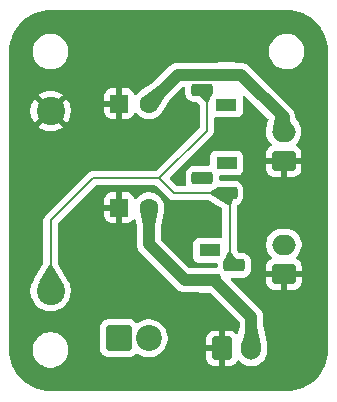
<source format=gbr>
%TF.GenerationSoftware,KiCad,Pcbnew,9.0.6*%
%TF.CreationDate,2026-01-30T15:18:38-05:00*%
%TF.ProjectId,camera-control,63616d65-7261-42d6-936f-6e74726f6c2e,rev?*%
%TF.SameCoordinates,Original*%
%TF.FileFunction,Copper,L1,Top*%
%TF.FilePolarity,Positive*%
%FSLAX46Y46*%
G04 Gerber Fmt 4.6, Leading zero omitted, Abs format (unit mm)*
G04 Created by KiCad (PCBNEW 9.0.6) date 2026-01-30 15:18:38*
%MOMM*%
%LPD*%
G01*
G04 APERTURE LIST*
G04 Aperture macros list*
%AMRoundRect*
0 Rectangle with rounded corners*
0 $1 Rounding radius*
0 $2 $3 $4 $5 $6 $7 $8 $9 X,Y pos of 4 corners*
0 Add a 4 corners polygon primitive as box body*
4,1,4,$2,$3,$4,$5,$6,$7,$8,$9,$2,$3,0*
0 Add four circle primitives for the rounded corners*
1,1,$1+$1,$2,$3*
1,1,$1+$1,$4,$5*
1,1,$1+$1,$6,$7*
1,1,$1+$1,$8,$9*
0 Add four rect primitives between the rounded corners*
20,1,$1+$1,$2,$3,$4,$5,0*
20,1,$1+$1,$4,$5,$6,$7,0*
20,1,$1+$1,$6,$7,$8,$9,0*
20,1,$1+$1,$8,$9,$2,$3,0*%
G04 Aperture macros list end*
%TA.AperFunction,ComponentPad*%
%ADD10RoundRect,0.249999X-0.850001X-0.850001X0.850001X-0.850001X0.850001X0.850001X-0.850001X0.850001X0*%
%TD*%
%TA.AperFunction,ComponentPad*%
%ADD11C,2.200000*%
%TD*%
%TA.AperFunction,ComponentPad*%
%ADD12C,2.400000*%
%TD*%
%TA.AperFunction,ComponentPad*%
%ADD13R,1.800000X1.100000*%
%TD*%
%TA.AperFunction,ComponentPad*%
%ADD14RoundRect,0.275000X0.625000X-0.275000X0.625000X0.275000X-0.625000X0.275000X-0.625000X-0.275000X0*%
%TD*%
%TA.AperFunction,ComponentPad*%
%ADD15RoundRect,0.275000X-0.625000X0.275000X-0.625000X-0.275000X0.625000X-0.275000X0.625000X0.275000X0*%
%TD*%
%TA.AperFunction,ComponentPad*%
%ADD16RoundRect,0.250000X0.750000X-0.600000X0.750000X0.600000X-0.750000X0.600000X-0.750000X-0.600000X0*%
%TD*%
%TA.AperFunction,ComponentPad*%
%ADD17O,2.000000X1.700000*%
%TD*%
%TA.AperFunction,ComponentPad*%
%ADD18RoundRect,0.250000X-0.550000X-0.550000X0.550000X-0.550000X0.550000X0.550000X-0.550000X0.550000X0*%
%TD*%
%TA.AperFunction,ComponentPad*%
%ADD19C,1.600000*%
%TD*%
%TA.AperFunction,ComponentPad*%
%ADD20RoundRect,0.250000X-0.600000X-0.750000X0.600000X-0.750000X0.600000X0.750000X-0.600000X0.750000X0*%
%TD*%
%TA.AperFunction,ComponentPad*%
%ADD21O,1.700000X2.000000*%
%TD*%
%TA.AperFunction,Conductor*%
%ADD22C,1.000000*%
%TD*%
%TA.AperFunction,Conductor*%
%ADD23C,0.600000*%
%TD*%
%TA.AperFunction,Conductor*%
%ADD24C,0.200000*%
%TD*%
G04 APERTURE END LIST*
D10*
%TO.P,J2,1*%
%TO.N,/FLUCTUS IN*%
X125780800Y-91008200D03*
D11*
%TO.P,J2,2*%
%TO.N,GND*%
X128320800Y-91008200D03*
%TD*%
D12*
%TO.P,R0,1*%
%TO.N,/STAGE 2*%
X120000000Y-86995000D03*
%TO.P,R0,2*%
%TO.N,7V4*%
X120000000Y-71755000D03*
%TD*%
D13*
%TO.P,Q2,1*%
%TO.N,GND*%
X134893000Y-71247000D03*
D14*
%TO.P,Q2,2*%
%TO.N,/STAGE 2*%
X132823000Y-69977000D03*
%TO.P,Q2,3*%
%TO.N,Net-(J5-Pin_2)*%
X134893000Y-68707000D03*
%TD*%
D13*
%TO.P,Q3,1*%
%TO.N,GND*%
X133483400Y-83567000D03*
D15*
%TO.P,Q3,2*%
%TO.N,/STAGE 2*%
X135553400Y-84837000D03*
%TO.P,Q3,3*%
%TO.N,Net-(J6-Pin_2)*%
X133483400Y-86107000D03*
%TD*%
D13*
%TO.P,Q4,1*%
%TO.N,GND*%
X134905000Y-76174600D03*
D15*
%TO.P,Q4,2*%
%TO.N,/FLUCTUS IN*%
X132835000Y-77444600D03*
%TO.P,Q4,3*%
%TO.N,/STAGE 2*%
X134905000Y-78714600D03*
%TD*%
D16*
%TO.P,J5,1,Pin_1*%
%TO.N,7V4*%
X139730200Y-76027600D03*
D17*
%TO.P,J5,2,Pin_2*%
%TO.N,Net-(J5-Pin_2)*%
X139730200Y-73527600D03*
%TD*%
D16*
%TO.P,J4,1,Pin_1*%
%TO.N,7V4*%
X139756307Y-85578707D03*
D17*
%TO.P,J4,2,Pin_2*%
%TO.N,GND*%
X139756307Y-83078707D03*
%TD*%
D18*
%TO.P,C1,1*%
%TO.N,7V4*%
X125820800Y-79959200D03*
D19*
%TO.P,C1,2*%
%TO.N,Net-(J6-Pin_2)*%
X128320800Y-79959200D03*
%TD*%
D18*
%TO.P,C0,1*%
%TO.N,7V4*%
X125820800Y-71155400D03*
D19*
%TO.P,C0,2*%
%TO.N,Net-(J5-Pin_2)*%
X128320800Y-71155400D03*
%TD*%
D20*
%TO.P,J6,1,Pin_1*%
%TO.N,7V4*%
X134513000Y-91876600D03*
D21*
%TO.P,J6,2,Pin_2*%
%TO.N,Net-(J6-Pin_2)*%
X137013000Y-91876600D03*
%TD*%
D22*
%TO.N,Net-(J5-Pin_2)*%
X139730200Y-73527600D02*
X139730200Y-72318600D01*
X136118600Y-68707000D02*
X134909600Y-68707000D01*
X134454200Y-68707000D02*
X130769200Y-68707000D01*
X135090800Y-68707000D02*
X135166200Y-68707000D01*
X130769200Y-68707000D02*
X128473200Y-71003000D01*
D23*
X134909600Y-68707000D02*
X134493000Y-68707000D01*
D22*
X139730200Y-72318600D02*
X136118600Y-68707000D01*
%TO.N,Net-(J6-Pin_2)*%
X128320800Y-83058000D02*
X131368800Y-86106000D01*
X131368800Y-86106000D02*
X133693600Y-86106000D01*
X134022800Y-86246400D02*
X137013000Y-89236600D01*
X128320800Y-79959200D02*
X128320800Y-83058000D01*
X137013000Y-89236600D02*
X137013000Y-91876600D01*
D24*
X128320800Y-80645200D02*
X128320800Y-79959200D01*
X137013000Y-91206000D02*
X137058400Y-91160600D01*
%TO.N,/STAGE 2*%
X123571000Y-77470000D02*
X120000000Y-81041000D01*
X133223000Y-69977000D02*
X133223000Y-73431400D01*
X129184400Y-77470000D02*
X123571000Y-77470000D01*
X133223000Y-73431400D02*
X129184400Y-77470000D01*
X134505000Y-78714600D02*
X130429000Y-78714600D01*
X135153400Y-84837000D02*
X135153400Y-79363000D01*
X130429000Y-78714600D02*
X129184400Y-77470000D01*
X120000000Y-81041000D02*
X120000000Y-86995000D01*
X135153400Y-79363000D02*
X134505000Y-78714600D01*
%TD*%
%TA.AperFunction,Conductor*%
%TO.N,7V4*%
G36*
X140003032Y-63230648D02*
G01*
X140336929Y-63247052D01*
X140349037Y-63248245D01*
X140452146Y-63263539D01*
X140676699Y-63296849D01*
X140688617Y-63299219D01*
X141009951Y-63379709D01*
X141021588Y-63383240D01*
X141092806Y-63408722D01*
X141333467Y-63494832D01*
X141344688Y-63499479D01*
X141644163Y-63641120D01*
X141654871Y-63646844D01*
X141938988Y-63817137D01*
X141949106Y-63823897D01*
X142215170Y-64021224D01*
X142224576Y-64028944D01*
X142470013Y-64251395D01*
X142478604Y-64259986D01*
X142665755Y-64466475D01*
X142701055Y-64505423D01*
X142708775Y-64514829D01*
X142906102Y-64780893D01*
X142912862Y-64791011D01*
X143041776Y-65006092D01*
X143083148Y-65075116D01*
X143088883Y-65085844D01*
X143174301Y-65266446D01*
X143230514Y-65385297D01*
X143235170Y-65396540D01*
X143346759Y-65708411D01*
X143350292Y-65720055D01*
X143430777Y-66041369D01*
X143433151Y-66053305D01*
X143481754Y-66380962D01*
X143482947Y-66393071D01*
X143499351Y-66726966D01*
X143499500Y-66733051D01*
X143499500Y-91996948D01*
X143499351Y-92003033D01*
X143482947Y-92336928D01*
X143481754Y-92349037D01*
X143433151Y-92676694D01*
X143430777Y-92688630D01*
X143350292Y-93009944D01*
X143346759Y-93021588D01*
X143235170Y-93333459D01*
X143230514Y-93344702D01*
X143088885Y-93644151D01*
X143083148Y-93654883D01*
X142912862Y-93938988D01*
X142906102Y-93949106D01*
X142708775Y-94215170D01*
X142701055Y-94224576D01*
X142478611Y-94470006D01*
X142470006Y-94478611D01*
X142224576Y-94701055D01*
X142215170Y-94708775D01*
X141949106Y-94906102D01*
X141938988Y-94912862D01*
X141654883Y-95083148D01*
X141644151Y-95088885D01*
X141344702Y-95230514D01*
X141333459Y-95235170D01*
X141021588Y-95346759D01*
X141009944Y-95350292D01*
X140688630Y-95430777D01*
X140676694Y-95433151D01*
X140349037Y-95481754D01*
X140336928Y-95482947D01*
X140021989Y-95498419D01*
X140003031Y-95499351D01*
X139996949Y-95499500D01*
X120003051Y-95499500D01*
X119996968Y-95499351D01*
X119976900Y-95498365D01*
X119663071Y-95482947D01*
X119650962Y-95481754D01*
X119323305Y-95433151D01*
X119311369Y-95430777D01*
X118990055Y-95350292D01*
X118978411Y-95346759D01*
X118666540Y-95235170D01*
X118655301Y-95230515D01*
X118355844Y-95088883D01*
X118345121Y-95083150D01*
X118061011Y-94912862D01*
X118050893Y-94906102D01*
X117784829Y-94708775D01*
X117775423Y-94701055D01*
X117736475Y-94665755D01*
X117529986Y-94478604D01*
X117521395Y-94470013D01*
X117298944Y-94224576D01*
X117291224Y-94215170D01*
X117093897Y-93949106D01*
X117087137Y-93938988D01*
X116916844Y-93654871D01*
X116911120Y-93644163D01*
X116769479Y-93344688D01*
X116764829Y-93333459D01*
X116756777Y-93310956D01*
X116692902Y-93132438D01*
X116653240Y-93021588D01*
X116649707Y-93009944D01*
X116569219Y-92688617D01*
X116566848Y-92676694D01*
X116555204Y-92598199D01*
X116522403Y-92377067D01*
X116518245Y-92349037D01*
X116517052Y-92336927D01*
X116500649Y-92003032D01*
X116500500Y-91996948D01*
X116500500Y-91881902D01*
X118499500Y-91881902D01*
X118499500Y-92118097D01*
X118536446Y-92351368D01*
X118609433Y-92575996D01*
X118690153Y-92734416D01*
X118716657Y-92786433D01*
X118855483Y-92977510D01*
X119022490Y-93144517D01*
X119213567Y-93283343D01*
X119267761Y-93310956D01*
X119424003Y-93390566D01*
X119424005Y-93390566D01*
X119424008Y-93390568D01*
X119544412Y-93429689D01*
X119648631Y-93463553D01*
X119881903Y-93500500D01*
X119881908Y-93500500D01*
X120118097Y-93500500D01*
X120351368Y-93463553D01*
X120575992Y-93390568D01*
X120786433Y-93283343D01*
X120977510Y-93144517D01*
X121144517Y-92977510D01*
X121283343Y-92786433D01*
X121390568Y-92575992D01*
X121463553Y-92351368D01*
X121473497Y-92288586D01*
X121500500Y-92118097D01*
X121500500Y-91881902D01*
X121463553Y-91648631D01*
X121396537Y-91442379D01*
X121390568Y-91424008D01*
X121390566Y-91424005D01*
X121390566Y-91424003D01*
X121283342Y-91213566D01*
X121144517Y-91022490D01*
X120977510Y-90855483D01*
X120786433Y-90716657D01*
X120575996Y-90609433D01*
X120351368Y-90536446D01*
X120118097Y-90499500D01*
X120118092Y-90499500D01*
X119881908Y-90499500D01*
X119881903Y-90499500D01*
X119648631Y-90536446D01*
X119424003Y-90609433D01*
X119213566Y-90716657D01*
X119104550Y-90795862D01*
X119022490Y-90855483D01*
X119022488Y-90855485D01*
X119022487Y-90855485D01*
X118855485Y-91022487D01*
X118855485Y-91022488D01*
X118855483Y-91022490D01*
X118816160Y-91076613D01*
X118716657Y-91213566D01*
X118609433Y-91424003D01*
X118536446Y-91648631D01*
X118499500Y-91881902D01*
X116500500Y-91881902D01*
X116500500Y-90108182D01*
X124180300Y-90108182D01*
X124180300Y-91908217D01*
X124190800Y-92010996D01*
X124226290Y-92118097D01*
X124245986Y-92177535D01*
X124338088Y-92326856D01*
X124462144Y-92450912D01*
X124611465Y-92543014D01*
X124778002Y-92598199D01*
X124880790Y-92608700D01*
X124880795Y-92608700D01*
X126680805Y-92608700D01*
X126680810Y-92608700D01*
X126783598Y-92598199D01*
X126950135Y-92543014D01*
X127099456Y-92450912D01*
X127223512Y-92326856D01*
X127223515Y-92326850D01*
X127228295Y-92322071D01*
X127289618Y-92288586D01*
X127359310Y-92293570D01*
X127388858Y-92309431D01*
X127481955Y-92377070D01*
X127588006Y-92431105D01*
X127706416Y-92491439D01*
X127706418Y-92491439D01*
X127706421Y-92491441D01*
X127946015Y-92569290D01*
X128194838Y-92608700D01*
X128194839Y-92608700D01*
X128446761Y-92608700D01*
X128446762Y-92608700D01*
X128695585Y-92569290D01*
X128935179Y-92491441D01*
X129159645Y-92377070D01*
X129363456Y-92228993D01*
X129541593Y-92050856D01*
X129689670Y-91847045D01*
X129804041Y-91622579D01*
X129881890Y-91382985D01*
X129921300Y-91134162D01*
X129921300Y-90882238D01*
X129881890Y-90633415D01*
X129804041Y-90393821D01*
X129804039Y-90393818D01*
X129804039Y-90393816D01*
X129762547Y-90312384D01*
X129689670Y-90169355D01*
X129645225Y-90108182D01*
X129541598Y-89965550D01*
X129541594Y-89965545D01*
X129363454Y-89787405D01*
X129363449Y-89787401D01*
X129159648Y-89639332D01*
X129159647Y-89639331D01*
X129159645Y-89639330D01*
X129089547Y-89603613D01*
X128935183Y-89524960D01*
X128695585Y-89447110D01*
X128446762Y-89407700D01*
X128194838Y-89407700D01*
X128128538Y-89418201D01*
X127946014Y-89447110D01*
X127706416Y-89524960D01*
X127481958Y-89639328D01*
X127481955Y-89639329D01*
X127481955Y-89639330D01*
X127388860Y-89706966D01*
X127323055Y-89730445D01*
X127255001Y-89714619D01*
X127228296Y-89694328D01*
X127099457Y-89565489D01*
X127099456Y-89565488D01*
X126950135Y-89473386D01*
X126783598Y-89418201D01*
X126783596Y-89418200D01*
X126680817Y-89407700D01*
X126680810Y-89407700D01*
X124880790Y-89407700D01*
X124880782Y-89407700D01*
X124778003Y-89418200D01*
X124778002Y-89418201D01*
X124695469Y-89445549D01*
X124611467Y-89473385D01*
X124611462Y-89473387D01*
X124462142Y-89565489D01*
X124338089Y-89689542D01*
X124245987Y-89838862D01*
X124245986Y-89838865D01*
X124190801Y-90005402D01*
X124190801Y-90005403D01*
X124190800Y-90005403D01*
X124180300Y-90108182D01*
X116500500Y-90108182D01*
X116500500Y-86883549D01*
X118299500Y-86883549D01*
X118299500Y-87106450D01*
X118299501Y-87106466D01*
X118328594Y-87327452D01*
X118328595Y-87327457D01*
X118328596Y-87327463D01*
X118328597Y-87327465D01*
X118386290Y-87542780D01*
X118386293Y-87542790D01*
X118471593Y-87748722D01*
X118471595Y-87748726D01*
X118583052Y-87941774D01*
X118583057Y-87941780D01*
X118583058Y-87941782D01*
X118718751Y-88118622D01*
X118718757Y-88118629D01*
X118876370Y-88276242D01*
X118876376Y-88276247D01*
X119053226Y-88411948D01*
X119246274Y-88523405D01*
X119376140Y-88577197D01*
X119428337Y-88598818D01*
X119452219Y-88608710D01*
X119667537Y-88666404D01*
X119888543Y-88695500D01*
X119888550Y-88695500D01*
X120111450Y-88695500D01*
X120111457Y-88695500D01*
X120332463Y-88666404D01*
X120547781Y-88608710D01*
X120753726Y-88523405D01*
X120946774Y-88411948D01*
X121123624Y-88276247D01*
X121281247Y-88118624D01*
X121416948Y-87941774D01*
X121528405Y-87748726D01*
X121613710Y-87542781D01*
X121671404Y-87327463D01*
X121700500Y-87106457D01*
X121700500Y-86883543D01*
X121671404Y-86662537D01*
X121613710Y-86447219D01*
X121528405Y-86241274D01*
X121416948Y-86048226D01*
X121414190Y-86044632D01*
X121399936Y-86026055D01*
X121395982Y-86020903D01*
X121385752Y-86004431D01*
X121385595Y-86004524D01*
X121331707Y-85912233D01*
X121062167Y-85450604D01*
X120617417Y-84688901D01*
X120600500Y-84626377D01*
X120600500Y-81341097D01*
X120620185Y-81274058D01*
X120636819Y-81253416D01*
X121820079Y-80070157D01*
X123783417Y-78106819D01*
X123844740Y-78073334D01*
X123871098Y-78070500D01*
X128884303Y-78070500D01*
X128951342Y-78090185D01*
X128971984Y-78106819D01*
X129944139Y-79078974D01*
X129944149Y-79078985D01*
X129948479Y-79083315D01*
X129948480Y-79083316D01*
X130060284Y-79195120D01*
X130087797Y-79211004D01*
X130147095Y-79245239D01*
X130147097Y-79245241D01*
X130197213Y-79274176D01*
X130197215Y-79274177D01*
X130349942Y-79315100D01*
X130349943Y-79315100D01*
X133273219Y-79315100D01*
X133336712Y-79332588D01*
X133906089Y-79672008D01*
X133921446Y-79680188D01*
X133941394Y-79692722D01*
X133952708Y-79696680D01*
X133960907Y-79701011D01*
X133962150Y-79702220D01*
X133967461Y-79704731D01*
X134493363Y-80024772D01*
X134540398Y-80076438D01*
X134552900Y-80130699D01*
X134552900Y-82392500D01*
X134533215Y-82459539D01*
X134480411Y-82505294D01*
X134428900Y-82516500D01*
X132535529Y-82516500D01*
X132535523Y-82516501D01*
X132475916Y-82522908D01*
X132341071Y-82573202D01*
X132341064Y-82573206D01*
X132225855Y-82659452D01*
X132225852Y-82659455D01*
X132139606Y-82774664D01*
X132139602Y-82774671D01*
X132089308Y-82909517D01*
X132082901Y-82969116D01*
X132082900Y-82969135D01*
X132082900Y-84164870D01*
X132082901Y-84164876D01*
X132089308Y-84224483D01*
X132139602Y-84359328D01*
X132139606Y-84359335D01*
X132225852Y-84474544D01*
X132225855Y-84474547D01*
X132341064Y-84560793D01*
X132341071Y-84560797D01*
X132475917Y-84611091D01*
X132475916Y-84611091D01*
X132482844Y-84611835D01*
X132535527Y-84617500D01*
X134028900Y-84617499D01*
X134037585Y-84620049D01*
X134046547Y-84618761D01*
X134070587Y-84629739D01*
X134095939Y-84637184D01*
X134101866Y-84644024D01*
X134110103Y-84647786D01*
X134124390Y-84670018D01*
X134141694Y-84689987D01*
X134143981Y-84700502D01*
X134147877Y-84706564D01*
X134152900Y-84741499D01*
X134152900Y-84932500D01*
X134133215Y-84999539D01*
X134080411Y-85045294D01*
X134028900Y-85056500D01*
X132814841Y-85056500D01*
X132684751Y-85071157D01*
X132684741Y-85071159D01*
X132606491Y-85098541D01*
X132565536Y-85105500D01*
X131834582Y-85105500D01*
X131767543Y-85085815D01*
X131746901Y-85069181D01*
X129357619Y-82679899D01*
X129324134Y-82618576D01*
X129321300Y-82592218D01*
X129321300Y-81631028D01*
X129323690Y-81606798D01*
X129598899Y-80225510D01*
X129606595Y-80172192D01*
X129606578Y-80171884D01*
X129606804Y-80167551D01*
X129606870Y-80166114D01*
X129606879Y-80166114D01*
X129607931Y-80145955D01*
X129621300Y-80061552D01*
X129621300Y-79856848D01*
X129603715Y-79745824D01*
X129589277Y-79654665D01*
X129526018Y-79459976D01*
X129452199Y-79315100D01*
X129433087Y-79277590D01*
X129373170Y-79195120D01*
X129312771Y-79111986D01*
X129168013Y-78967228D01*
X129002413Y-78846915D01*
X129002412Y-78846914D01*
X129002410Y-78846913D01*
X128943475Y-78816884D01*
X128820023Y-78753981D01*
X128625334Y-78690722D01*
X128450795Y-78663078D01*
X128423152Y-78658700D01*
X128218448Y-78658700D01*
X128194129Y-78662551D01*
X128016265Y-78690722D01*
X127821576Y-78753981D01*
X127639186Y-78846915D01*
X127473586Y-78967228D01*
X127328832Y-79111982D01*
X127287887Y-79168339D01*
X127232557Y-79211004D01*
X127162944Y-79216983D01*
X127101149Y-79184377D01*
X127069863Y-79134456D01*
X127055159Y-79090082D01*
X127055156Y-79090075D01*
X126963115Y-78940854D01*
X126839145Y-78816884D01*
X126689924Y-78724843D01*
X126689919Y-78724841D01*
X126523497Y-78669694D01*
X126523490Y-78669693D01*
X126420786Y-78659200D01*
X126070800Y-78659200D01*
X126070800Y-79643514D01*
X126066406Y-79639120D01*
X125975194Y-79586459D01*
X125873461Y-79559200D01*
X125768139Y-79559200D01*
X125666406Y-79586459D01*
X125575194Y-79639120D01*
X125570800Y-79643514D01*
X125570800Y-78659200D01*
X125220828Y-78659200D01*
X125220812Y-78659201D01*
X125118102Y-78669694D01*
X124951680Y-78724841D01*
X124951675Y-78724843D01*
X124802454Y-78816884D01*
X124678484Y-78940854D01*
X124586443Y-79090075D01*
X124586441Y-79090080D01*
X124531294Y-79256502D01*
X124531293Y-79256509D01*
X124520800Y-79359213D01*
X124520800Y-79709200D01*
X125505114Y-79709200D01*
X125500720Y-79713594D01*
X125448059Y-79804806D01*
X125420800Y-79906539D01*
X125420800Y-80011861D01*
X125448059Y-80113594D01*
X125500720Y-80204806D01*
X125505114Y-80209200D01*
X124520801Y-80209200D01*
X124520801Y-80559186D01*
X124531294Y-80661897D01*
X124586441Y-80828319D01*
X124586443Y-80828324D01*
X124678484Y-80977545D01*
X124802454Y-81101515D01*
X124951675Y-81193556D01*
X124951680Y-81193558D01*
X125118102Y-81248705D01*
X125118109Y-81248706D01*
X125220819Y-81259199D01*
X125570799Y-81259199D01*
X125570800Y-81259198D01*
X125570800Y-80274886D01*
X125575194Y-80279280D01*
X125666406Y-80331941D01*
X125768139Y-80359200D01*
X125873461Y-80359200D01*
X125975194Y-80331941D01*
X126066406Y-80279280D01*
X126070800Y-80274886D01*
X126070800Y-81259199D01*
X126420772Y-81259199D01*
X126420786Y-81259198D01*
X126523497Y-81248705D01*
X126689919Y-81193558D01*
X126689924Y-81193556D01*
X126839145Y-81101515D01*
X126963115Y-80977545D01*
X126970986Y-80964785D01*
X127022933Y-80918060D01*
X127091895Y-80906836D01*
X127155978Y-80934678D01*
X127194835Y-80992746D01*
X127198136Y-81005650D01*
X127317910Y-81606798D01*
X127320300Y-81631028D01*
X127320300Y-83156542D01*
X127338445Y-83247764D01*
X127339283Y-83251976D01*
X127358749Y-83349836D01*
X127377436Y-83394950D01*
X127380457Y-83402245D01*
X127380458Y-83402246D01*
X127434164Y-83531907D01*
X127434171Y-83531920D01*
X127543660Y-83695781D01*
X127543663Y-83695785D01*
X127687337Y-83839459D01*
X127687359Y-83839479D01*
X130588535Y-86740655D01*
X130588564Y-86740686D01*
X130731014Y-86883136D01*
X130731018Y-86883139D01*
X130894879Y-86992628D01*
X130894892Y-86992635D01*
X131023633Y-87045961D01*
X131076959Y-87068049D01*
X131076964Y-87068051D01*
X131145135Y-87081611D01*
X131176416Y-87087833D01*
X131270256Y-87106500D01*
X131270259Y-87106500D01*
X131270260Y-87106500D01*
X131467340Y-87106500D01*
X132559820Y-87106500D01*
X132600775Y-87113459D01*
X132684743Y-87142841D01*
X132684749Y-87142841D01*
X132684751Y-87142842D01*
X132726150Y-87147506D01*
X132814842Y-87157499D01*
X132814845Y-87157500D01*
X132814848Y-87157500D01*
X133467618Y-87157500D01*
X133534657Y-87177185D01*
X133555299Y-87193819D01*
X135976181Y-89614701D01*
X135990884Y-89641628D01*
X136007477Y-89667447D01*
X136008368Y-89673647D01*
X136009666Y-89676024D01*
X136012500Y-89702382D01*
X136012500Y-89951813D01*
X136009608Y-89978436D01*
X135880887Y-90563979D01*
X135847268Y-90625229D01*
X135785872Y-90658580D01*
X135716191Y-90653443D01*
X135672098Y-90625037D01*
X135581345Y-90534284D01*
X135432124Y-90442243D01*
X135432119Y-90442241D01*
X135265697Y-90387094D01*
X135265690Y-90387093D01*
X135162986Y-90376600D01*
X134763000Y-90376600D01*
X134763000Y-91443588D01*
X134705993Y-91410675D01*
X134578826Y-91376600D01*
X134447174Y-91376600D01*
X134320007Y-91410675D01*
X134263000Y-91443588D01*
X134263000Y-90376600D01*
X133863028Y-90376600D01*
X133863012Y-90376601D01*
X133760302Y-90387094D01*
X133593880Y-90442241D01*
X133593875Y-90442243D01*
X133444654Y-90534284D01*
X133320684Y-90658254D01*
X133228643Y-90807475D01*
X133228641Y-90807480D01*
X133173494Y-90973902D01*
X133173493Y-90973909D01*
X133163000Y-91076613D01*
X133163000Y-91626600D01*
X134079988Y-91626600D01*
X134047075Y-91683607D01*
X134013000Y-91810774D01*
X134013000Y-91942426D01*
X134047075Y-92069593D01*
X134079988Y-92126600D01*
X133163001Y-92126600D01*
X133163001Y-92676586D01*
X133173494Y-92779297D01*
X133228641Y-92945719D01*
X133228643Y-92945724D01*
X133320684Y-93094945D01*
X133444654Y-93218915D01*
X133593875Y-93310956D01*
X133593880Y-93310958D01*
X133760302Y-93366105D01*
X133760309Y-93366106D01*
X133863019Y-93376599D01*
X134262999Y-93376599D01*
X134263000Y-93376598D01*
X134263000Y-92309612D01*
X134320007Y-92342525D01*
X134447174Y-92376600D01*
X134578826Y-92376600D01*
X134705993Y-92342525D01*
X134763000Y-92309612D01*
X134763000Y-93376599D01*
X135162972Y-93376599D01*
X135162986Y-93376598D01*
X135265697Y-93366105D01*
X135432119Y-93310958D01*
X135432124Y-93310956D01*
X135581345Y-93218915D01*
X135705317Y-93094943D01*
X135800815Y-92940116D01*
X135852763Y-92893391D01*
X135921725Y-92882168D01*
X135985808Y-92910012D01*
X135994035Y-92917531D01*
X136133213Y-93056709D01*
X136305179Y-93181648D01*
X136305181Y-93181649D01*
X136305184Y-93181651D01*
X136494588Y-93278157D01*
X136696757Y-93343846D01*
X136906713Y-93377100D01*
X136906714Y-93377100D01*
X137119286Y-93377100D01*
X137119287Y-93377100D01*
X137329243Y-93343846D01*
X137531412Y-93278157D01*
X137720816Y-93181651D01*
X137771931Y-93144514D01*
X137892786Y-93056709D01*
X137892788Y-93056706D01*
X137892792Y-93056704D01*
X138043104Y-92906392D01*
X138043106Y-92906388D01*
X138043109Y-92906386D01*
X138168048Y-92734420D01*
X138168047Y-92734420D01*
X138168051Y-92734416D01*
X138264557Y-92545012D01*
X138330246Y-92342843D01*
X138363500Y-92132887D01*
X138363500Y-91620313D01*
X138341537Y-91481654D01*
X138340348Y-91471392D01*
X138338210Y-91442378D01*
X138058361Y-90169355D01*
X138016392Y-89978437D01*
X138013500Y-89951814D01*
X138013500Y-89138056D01*
X137975052Y-88944770D01*
X137975051Y-88944769D01*
X137975051Y-88944765D01*
X137975049Y-88944760D01*
X137899635Y-88762692D01*
X137899628Y-88762679D01*
X137790140Y-88598819D01*
X137790139Y-88598818D01*
X137650782Y-88459461D01*
X137650781Y-88459460D01*
X135290500Y-86099180D01*
X135257016Y-86037858D01*
X135262000Y-85968166D01*
X135303872Y-85912233D01*
X135369336Y-85887816D01*
X135378182Y-85887500D01*
X136221955Y-85887500D01*
X136221956Y-85887499D01*
X136352057Y-85872841D01*
X136517006Y-85815122D01*
X136664976Y-85722147D01*
X136788547Y-85598576D01*
X136881522Y-85450606D01*
X136939241Y-85285657D01*
X136953900Y-85155552D01*
X136953900Y-84518448D01*
X136943845Y-84429207D01*
X136939242Y-84388351D01*
X136939241Y-84388349D01*
X136939241Y-84388343D01*
X136881522Y-84223394D01*
X136788547Y-84075424D01*
X136664976Y-83951853D01*
X136517006Y-83858878D01*
X136517005Y-83858877D01*
X136517004Y-83858877D01*
X136352058Y-83801159D01*
X136352048Y-83801157D01*
X136221958Y-83786500D01*
X136221952Y-83786500D01*
X136005798Y-83786500D01*
X136004051Y-83785987D01*
X136002293Y-83786450D01*
X135970655Y-83776181D01*
X135938759Y-83766815D01*
X135937017Y-83765262D01*
X135935836Y-83764879D01*
X135909827Y-83741021D01*
X135781929Y-83584700D01*
X135754712Y-83520349D01*
X135753900Y-83506179D01*
X135753900Y-82972420D01*
X138255807Y-82972420D01*
X138255807Y-83184993D01*
X138281915Y-83349836D01*
X138289061Y-83394950D01*
X138333565Y-83531920D01*
X138354751Y-83597121D01*
X138451258Y-83786527D01*
X138576197Y-83958493D01*
X138715375Y-84097671D01*
X138748860Y-84158994D01*
X138743876Y-84228686D01*
X138702004Y-84284619D01*
X138692791Y-84290890D01*
X138537966Y-84386387D01*
X138537962Y-84386390D01*
X138413991Y-84510361D01*
X138321950Y-84659582D01*
X138321948Y-84659587D01*
X138266801Y-84826009D01*
X138266800Y-84826016D01*
X138256307Y-84928720D01*
X138256307Y-85328707D01*
X139323295Y-85328707D01*
X139290382Y-85385714D01*
X139256307Y-85512881D01*
X139256307Y-85644533D01*
X139290382Y-85771700D01*
X139323295Y-85828707D01*
X138256308Y-85828707D01*
X138256308Y-86228693D01*
X138266801Y-86331404D01*
X138321948Y-86497826D01*
X138321950Y-86497831D01*
X138413991Y-86647052D01*
X138537961Y-86771022D01*
X138687182Y-86863063D01*
X138687187Y-86863065D01*
X138853609Y-86918212D01*
X138853616Y-86918213D01*
X138956326Y-86928706D01*
X139506306Y-86928706D01*
X139506307Y-86928705D01*
X139506307Y-86011719D01*
X139563314Y-86044632D01*
X139690481Y-86078707D01*
X139822133Y-86078707D01*
X139949300Y-86044632D01*
X140006307Y-86011719D01*
X140006307Y-86928706D01*
X140556279Y-86928706D01*
X140556293Y-86928705D01*
X140659004Y-86918212D01*
X140825426Y-86863065D01*
X140825431Y-86863063D01*
X140974652Y-86771022D01*
X141098622Y-86647052D01*
X141190663Y-86497831D01*
X141190665Y-86497826D01*
X141245812Y-86331404D01*
X141245813Y-86331397D01*
X141256306Y-86228693D01*
X141256307Y-86228680D01*
X141256307Y-85828707D01*
X140189319Y-85828707D01*
X140222232Y-85771700D01*
X140256307Y-85644533D01*
X140256307Y-85512881D01*
X140222232Y-85385714D01*
X140189319Y-85328707D01*
X141256306Y-85328707D01*
X141256306Y-84928735D01*
X141256305Y-84928720D01*
X141245812Y-84826009D01*
X141190665Y-84659587D01*
X141190663Y-84659582D01*
X141098622Y-84510361D01*
X140974652Y-84386391D01*
X140819822Y-84290891D01*
X140773098Y-84238943D01*
X140761875Y-84169980D01*
X140789719Y-84105898D01*
X140797216Y-84097693D01*
X140936411Y-83958499D01*
X141061358Y-83786523D01*
X141157864Y-83597119D01*
X141223553Y-83394950D01*
X141256807Y-83184994D01*
X141256807Y-82972420D01*
X141223553Y-82762464D01*
X141157864Y-82560295D01*
X141061358Y-82370891D01*
X141061356Y-82370888D01*
X141061355Y-82370886D01*
X140936416Y-82198920D01*
X140786093Y-82048597D01*
X140614127Y-81923658D01*
X140424721Y-81827151D01*
X140424720Y-81827150D01*
X140424719Y-81827150D01*
X140222550Y-81761461D01*
X140222548Y-81761460D01*
X140222547Y-81761460D01*
X140061264Y-81735915D01*
X140012594Y-81728207D01*
X139500020Y-81728207D01*
X139451349Y-81735915D01*
X139290067Y-81761460D01*
X139087892Y-81827151D01*
X138898486Y-81923658D01*
X138726520Y-82048597D01*
X138576197Y-82198920D01*
X138451258Y-82370886D01*
X138354751Y-82560292D01*
X138289060Y-82762467D01*
X138255807Y-82972420D01*
X135753900Y-82972420D01*
X135753900Y-79922071D01*
X135756209Y-79911485D01*
X135755182Y-79904284D01*
X135765164Y-79870431D01*
X135771386Y-79856848D01*
X135822242Y-79745823D01*
X135868058Y-79693072D01*
X135869007Y-79692470D01*
X136016573Y-79599749D01*
X136016573Y-79599748D01*
X136016576Y-79599747D01*
X136140147Y-79476176D01*
X136233122Y-79328206D01*
X136290841Y-79163257D01*
X136305500Y-79033152D01*
X136305500Y-78396048D01*
X136290841Y-78265943D01*
X136233122Y-78100994D01*
X136140147Y-77953024D01*
X136016576Y-77829453D01*
X135868606Y-77736478D01*
X135868605Y-77736477D01*
X135868604Y-77736477D01*
X135703658Y-77678759D01*
X135703648Y-77678757D01*
X135573558Y-77664100D01*
X135573552Y-77664100D01*
X134359500Y-77664100D01*
X134350814Y-77661549D01*
X134341853Y-77662838D01*
X134317812Y-77651859D01*
X134292461Y-77644415D01*
X134286533Y-77637574D01*
X134278297Y-77633813D01*
X134264007Y-77611578D01*
X134246706Y-77591611D01*
X134244418Y-77581096D01*
X134240523Y-77575035D01*
X134235500Y-77540100D01*
X134235500Y-77349099D01*
X134255185Y-77282060D01*
X134307989Y-77236305D01*
X134359500Y-77225099D01*
X135852871Y-77225099D01*
X135852872Y-77225099D01*
X135912483Y-77218691D01*
X136047331Y-77168396D01*
X136162546Y-77082146D01*
X136248796Y-76966931D01*
X136299091Y-76832083D01*
X136305500Y-76772473D01*
X136305499Y-76093426D01*
X136305499Y-75576729D01*
X136305498Y-75576723D01*
X136305497Y-75576716D01*
X136299091Y-75517117D01*
X136248796Y-75382269D01*
X136248795Y-75382268D01*
X136248793Y-75382264D01*
X136162547Y-75267055D01*
X136162544Y-75267052D01*
X136047335Y-75180806D01*
X136047328Y-75180802D01*
X135912482Y-75130508D01*
X135912483Y-75130508D01*
X135852883Y-75124101D01*
X135852881Y-75124100D01*
X135852873Y-75124100D01*
X135852864Y-75124100D01*
X133957129Y-75124100D01*
X133957123Y-75124101D01*
X133897516Y-75130508D01*
X133762671Y-75180802D01*
X133762664Y-75180806D01*
X133647455Y-75267052D01*
X133647452Y-75267055D01*
X133561206Y-75382264D01*
X133561202Y-75382271D01*
X133510908Y-75517117D01*
X133506118Y-75561675D01*
X133504501Y-75576723D01*
X133504500Y-75576735D01*
X133504500Y-76270100D01*
X133484815Y-76337139D01*
X133432011Y-76382894D01*
X133380500Y-76394100D01*
X132166441Y-76394100D01*
X132036351Y-76408757D01*
X132036341Y-76408759D01*
X131871395Y-76466477D01*
X131723423Y-76559453D01*
X131599853Y-76683023D01*
X131506877Y-76830995D01*
X131449159Y-76995941D01*
X131449157Y-76995951D01*
X131434500Y-77126041D01*
X131434500Y-77763158D01*
X131449157Y-77893248D01*
X131449157Y-77893250D01*
X131449158Y-77893255D01*
X131449159Y-77893257D01*
X131468716Y-77949147D01*
X131472277Y-78018924D01*
X131437548Y-78079552D01*
X131375555Y-78111779D01*
X131351674Y-78114100D01*
X130729097Y-78114100D01*
X130662058Y-78094415D01*
X130641416Y-78077781D01*
X130121315Y-77557680D01*
X130087830Y-77496357D01*
X130092814Y-77426665D01*
X130121311Y-77382323D01*
X133591713Y-73911921D01*
X133591716Y-73911920D01*
X133703520Y-73800116D01*
X133753639Y-73713304D01*
X133782577Y-73663185D01*
X133823501Y-73510457D01*
X133823501Y-73352343D01*
X133823501Y-73344748D01*
X133823500Y-73344730D01*
X133823500Y-72421499D01*
X133843185Y-72354460D01*
X133895989Y-72308705D01*
X133947495Y-72297499D01*
X135840872Y-72297499D01*
X135900483Y-72291091D01*
X136035331Y-72240796D01*
X136150546Y-72154546D01*
X136236796Y-72039331D01*
X136287091Y-71904483D01*
X136293500Y-71844873D01*
X136293499Y-70649128D01*
X136288632Y-70603856D01*
X136301038Y-70535099D01*
X136348649Y-70483962D01*
X136416348Y-70466683D01*
X136482642Y-70488748D01*
X136499603Y-70502923D01*
X138420188Y-72423508D01*
X138453673Y-72484831D01*
X138452677Y-72541769D01*
X138342219Y-72975836D01*
X138332538Y-73001543D01*
X138328644Y-73009185D01*
X138328640Y-73009195D01*
X138262953Y-73211359D01*
X138229700Y-73421313D01*
X138229700Y-73633886D01*
X138262953Y-73843839D01*
X138328644Y-74046014D01*
X138425151Y-74235420D01*
X138550090Y-74407386D01*
X138689268Y-74546564D01*
X138722753Y-74607887D01*
X138717769Y-74677579D01*
X138675897Y-74733512D01*
X138666684Y-74739783D01*
X138511859Y-74835280D01*
X138511855Y-74835283D01*
X138387884Y-74959254D01*
X138295843Y-75108475D01*
X138295841Y-75108480D01*
X138240694Y-75274902D01*
X138240693Y-75274909D01*
X138230200Y-75377613D01*
X138230200Y-75777600D01*
X139297188Y-75777600D01*
X139264275Y-75834607D01*
X139230200Y-75961774D01*
X139230200Y-76093426D01*
X139264275Y-76220593D01*
X139297188Y-76277600D01*
X138230201Y-76277600D01*
X138230201Y-76677581D01*
X138240694Y-76780297D01*
X138295841Y-76946719D01*
X138295843Y-76946724D01*
X138387884Y-77095945D01*
X138511854Y-77219915D01*
X138661075Y-77311956D01*
X138661080Y-77311958D01*
X138827502Y-77367105D01*
X138827509Y-77367106D01*
X138930219Y-77377599D01*
X139480199Y-77377599D01*
X139480200Y-77377598D01*
X139480200Y-76460612D01*
X139537207Y-76493525D01*
X139664374Y-76527600D01*
X139796026Y-76527600D01*
X139923193Y-76493525D01*
X139980200Y-76460612D01*
X139980200Y-77377599D01*
X140530172Y-77377599D01*
X140530186Y-77377598D01*
X140632897Y-77367105D01*
X140799319Y-77311958D01*
X140799324Y-77311956D01*
X140948545Y-77219915D01*
X141072515Y-77095945D01*
X141164556Y-76946724D01*
X141164558Y-76946719D01*
X141219705Y-76780297D01*
X141219706Y-76780290D01*
X141230200Y-76677581D01*
X141230200Y-76277600D01*
X140163212Y-76277600D01*
X140196125Y-76220593D01*
X140230200Y-76093426D01*
X140230200Y-75961774D01*
X140196125Y-75834607D01*
X140163212Y-75777600D01*
X141230199Y-75777600D01*
X141230199Y-75377628D01*
X141230198Y-75377613D01*
X141219705Y-75274902D01*
X141164558Y-75108480D01*
X141164556Y-75108475D01*
X141072515Y-74959254D01*
X140948545Y-74835284D01*
X140793715Y-74739784D01*
X140746991Y-74687836D01*
X140735768Y-74618873D01*
X140763612Y-74554791D01*
X140771109Y-74546586D01*
X140910304Y-74407392D01*
X141035251Y-74235416D01*
X141131757Y-74046012D01*
X141197446Y-73843843D01*
X141230700Y-73633887D01*
X141230700Y-73421313D01*
X141197446Y-73211357D01*
X141131757Y-73009188D01*
X141035251Y-72819784D01*
X141035249Y-72819781D01*
X141035248Y-72819779D01*
X140910309Y-72647813D01*
X140869854Y-72607358D01*
X140849133Y-72579885D01*
X140746298Y-72394736D01*
X140730700Y-72334528D01*
X140730700Y-72220058D01*
X140730699Y-72220055D01*
X140717669Y-72154546D01*
X140692252Y-72026765D01*
X140641601Y-71904483D01*
X140616833Y-71844688D01*
X140616828Y-71844679D01*
X140507340Y-71680819D01*
X140507337Y-71680815D01*
X136902809Y-68076289D01*
X136902806Y-68076285D01*
X136902806Y-68076286D01*
X136895739Y-68069219D01*
X136895739Y-68069218D01*
X136756382Y-67929861D01*
X136756381Y-67929860D01*
X136756380Y-67929859D01*
X136592520Y-67820371D01*
X136592511Y-67820366D01*
X136519915Y-67790296D01*
X136463765Y-67767038D01*
X136410436Y-67744949D01*
X136410432Y-67744948D01*
X136410428Y-67744946D01*
X136313788Y-67725724D01*
X136217144Y-67706500D01*
X136217141Y-67706500D01*
X135813722Y-67706500D01*
X135772767Y-67699541D01*
X135691658Y-67671159D01*
X135691648Y-67671157D01*
X135561558Y-67656500D01*
X135561552Y-67656500D01*
X134224448Y-67656500D01*
X134224441Y-67656500D01*
X134094351Y-67671157D01*
X134094341Y-67671159D01*
X134013233Y-67699541D01*
X133972278Y-67706500D01*
X130670656Y-67706500D01*
X130477371Y-67744946D01*
X130477367Y-67744948D01*
X130477365Y-67744948D01*
X130477364Y-67744949D01*
X130401945Y-67776188D01*
X130401943Y-67776189D01*
X130295289Y-67820366D01*
X130295279Y-67820371D01*
X130214246Y-67874517D01*
X130131417Y-67929860D01*
X130131414Y-67929863D01*
X128795502Y-69265776D01*
X128776679Y-69281219D01*
X127605368Y-70063328D01*
X127605349Y-70063341D01*
X127562212Y-70095597D01*
X127562202Y-70095606D01*
X127561993Y-70095839D01*
X127558697Y-70098807D01*
X127557720Y-70099700D01*
X127557713Y-70099693D01*
X127542707Y-70113210D01*
X127473581Y-70163433D01*
X127328832Y-70308182D01*
X127287887Y-70364539D01*
X127232557Y-70407204D01*
X127162944Y-70413183D01*
X127101149Y-70380577D01*
X127069863Y-70330656D01*
X127055159Y-70286282D01*
X127055156Y-70286275D01*
X126963115Y-70137054D01*
X126839145Y-70013084D01*
X126689924Y-69921043D01*
X126689919Y-69921041D01*
X126523497Y-69865894D01*
X126523490Y-69865893D01*
X126420786Y-69855400D01*
X126070800Y-69855400D01*
X126070800Y-70839714D01*
X126066406Y-70835320D01*
X125975194Y-70782659D01*
X125873461Y-70755400D01*
X125768139Y-70755400D01*
X125666406Y-70782659D01*
X125575194Y-70835320D01*
X125570800Y-70839714D01*
X125570800Y-69855400D01*
X125220828Y-69855400D01*
X125220812Y-69855401D01*
X125118102Y-69865894D01*
X124951680Y-69921041D01*
X124951675Y-69921043D01*
X124802454Y-70013084D01*
X124678484Y-70137054D01*
X124586443Y-70286275D01*
X124586441Y-70286280D01*
X124531294Y-70452702D01*
X124531293Y-70452709D01*
X124520800Y-70555413D01*
X124520800Y-70905400D01*
X125505114Y-70905400D01*
X125500720Y-70909794D01*
X125448059Y-71001006D01*
X125420800Y-71102739D01*
X125420800Y-71208061D01*
X125448059Y-71309794D01*
X125500720Y-71401006D01*
X125505114Y-71405400D01*
X124520801Y-71405400D01*
X124520801Y-71755386D01*
X124531294Y-71858097D01*
X124586441Y-72024519D01*
X124586443Y-72024524D01*
X124678484Y-72173745D01*
X124802454Y-72297715D01*
X124951675Y-72389756D01*
X124951680Y-72389758D01*
X125118102Y-72444905D01*
X125118109Y-72444906D01*
X125220819Y-72455399D01*
X125570799Y-72455399D01*
X125570800Y-72455398D01*
X125570800Y-71471086D01*
X125575194Y-71475480D01*
X125666406Y-71528141D01*
X125768139Y-71555400D01*
X125873461Y-71555400D01*
X125975194Y-71528141D01*
X126066406Y-71475480D01*
X126070800Y-71471086D01*
X126070800Y-72455399D01*
X126420772Y-72455399D01*
X126420786Y-72455398D01*
X126523497Y-72444905D01*
X126689919Y-72389758D01*
X126689924Y-72389756D01*
X126839145Y-72297715D01*
X126963115Y-72173745D01*
X127055156Y-72024524D01*
X127055159Y-72024517D01*
X127069863Y-71980143D01*
X127109635Y-71922698D01*
X127174150Y-71895874D01*
X127242926Y-71908188D01*
X127287888Y-71946261D01*
X127328834Y-72002619D01*
X127473586Y-72147371D01*
X127628549Y-72259956D01*
X127639190Y-72267687D01*
X127730302Y-72314111D01*
X127821576Y-72360618D01*
X127821578Y-72360618D01*
X127821581Y-72360620D01*
X127911259Y-72389758D01*
X128016265Y-72423877D01*
X128117357Y-72439888D01*
X128218448Y-72455900D01*
X128218449Y-72455900D01*
X128423151Y-72455900D01*
X128423152Y-72455900D01*
X128625334Y-72423877D01*
X128820019Y-72360620D01*
X129002410Y-72267687D01*
X129095390Y-72200132D01*
X129168013Y-72147371D01*
X129168015Y-72147368D01*
X129168019Y-72147366D01*
X129312766Y-72002619D01*
X129386256Y-71901467D01*
X129394283Y-71891537D01*
X129412863Y-71870841D01*
X130194974Y-70699522D01*
X130210407Y-70680711D01*
X131147302Y-69743819D01*
X131174229Y-69729115D01*
X131200048Y-69712523D01*
X131206248Y-69711631D01*
X131208625Y-69710334D01*
X131234983Y-69707500D01*
X131298500Y-69707500D01*
X131365539Y-69727185D01*
X131411294Y-69779989D01*
X131422500Y-69831500D01*
X131422500Y-70295558D01*
X131437157Y-70425648D01*
X131437159Y-70425658D01*
X131464196Y-70502923D01*
X131494878Y-70590606D01*
X131587853Y-70738576D01*
X131711424Y-70862147D01*
X131859394Y-70955122D01*
X132024343Y-71012841D01*
X132024349Y-71012841D01*
X132024351Y-71012842D01*
X132065750Y-71017506D01*
X132154442Y-71027499D01*
X132154445Y-71027500D01*
X132154448Y-71027500D01*
X132370601Y-71027500D01*
X132372346Y-71028012D01*
X132374105Y-71027550D01*
X132405732Y-71037815D01*
X132437640Y-71047185D01*
X132439381Y-71048737D01*
X132440562Y-71049121D01*
X132466571Y-71072978D01*
X132594470Y-71229298D01*
X132621688Y-71293649D01*
X132622500Y-71307820D01*
X132622500Y-73131303D01*
X132602815Y-73198342D01*
X132586181Y-73218984D01*
X128971984Y-76833181D01*
X128910661Y-76866666D01*
X128884303Y-76869500D01*
X123657670Y-76869500D01*
X123657654Y-76869499D01*
X123650058Y-76869499D01*
X123491943Y-76869499D01*
X123415579Y-76889961D01*
X123339214Y-76910423D01*
X123339209Y-76910426D01*
X123202290Y-76989475D01*
X123202282Y-76989481D01*
X119519479Y-80672284D01*
X119498388Y-80708815D01*
X119489474Y-80724257D01*
X119440423Y-80809215D01*
X119399499Y-80961943D01*
X119399499Y-80961945D01*
X119399499Y-81130046D01*
X119399500Y-81130059D01*
X119399500Y-84626376D01*
X119382583Y-84688900D01*
X118616630Y-86000710D01*
X118613547Y-86006264D01*
X118603517Y-86021551D01*
X118583057Y-86048218D01*
X118583046Y-86048234D01*
X118471598Y-86241266D01*
X118471593Y-86241277D01*
X118386293Y-86447209D01*
X118386290Y-86447219D01*
X118328597Y-86662534D01*
X118328594Y-86662547D01*
X118299501Y-86883533D01*
X118299500Y-86883549D01*
X116500500Y-86883549D01*
X116500500Y-71643575D01*
X118300000Y-71643575D01*
X118300000Y-71866424D01*
X118329085Y-72087354D01*
X118329088Y-72087367D01*
X118386763Y-72302618D01*
X118472045Y-72508502D01*
X118472054Y-72508520D01*
X118583464Y-72701491D01*
X118583473Y-72701504D01*
X118634040Y-72767403D01*
X118634043Y-72767403D01*
X119435387Y-71966058D01*
X119440889Y-71986591D01*
X119519881Y-72123408D01*
X119631592Y-72235119D01*
X119768409Y-72314111D01*
X119788940Y-72319612D01*
X118987595Y-73120955D01*
X118987595Y-73120956D01*
X119053507Y-73171533D01*
X119246485Y-73282949D01*
X119246497Y-73282954D01*
X119452381Y-73368236D01*
X119667632Y-73425911D01*
X119667645Y-73425914D01*
X119888575Y-73455000D01*
X120111425Y-73455000D01*
X120332354Y-73425914D01*
X120332367Y-73425911D01*
X120547618Y-73368236D01*
X120753502Y-73282954D01*
X120753514Y-73282949D01*
X120946498Y-73171530D01*
X121012403Y-73120957D01*
X121012404Y-73120956D01*
X120211059Y-72319612D01*
X120231591Y-72314111D01*
X120368408Y-72235119D01*
X120480119Y-72123408D01*
X120559111Y-71986591D01*
X120564612Y-71966059D01*
X121365956Y-72767404D01*
X121365957Y-72767403D01*
X121416530Y-72701498D01*
X121527949Y-72508514D01*
X121527954Y-72508502D01*
X121613236Y-72302618D01*
X121670911Y-72087367D01*
X121670914Y-72087354D01*
X121700000Y-71866424D01*
X121700000Y-71643575D01*
X121670914Y-71422645D01*
X121670912Y-71422636D01*
X121661131Y-71386132D01*
X121661131Y-71386131D01*
X121613236Y-71207381D01*
X121527954Y-71001497D01*
X121527949Y-71001485D01*
X121416533Y-70808507D01*
X121365956Y-70742595D01*
X121365955Y-70742595D01*
X120564612Y-71543939D01*
X120559111Y-71523409D01*
X120480119Y-71386592D01*
X120368408Y-71274881D01*
X120231591Y-71195889D01*
X120211058Y-71190387D01*
X120936864Y-70464583D01*
X121012403Y-70389043D01*
X121012403Y-70389040D01*
X120946504Y-70338473D01*
X120946491Y-70338464D01*
X120753520Y-70227054D01*
X120753502Y-70227045D01*
X120547618Y-70141763D01*
X120332367Y-70084088D01*
X120332354Y-70084085D01*
X120111425Y-70055000D01*
X119888575Y-70055000D01*
X119667645Y-70084085D01*
X119667632Y-70084088D01*
X119452381Y-70141763D01*
X119246497Y-70227045D01*
X119246479Y-70227054D01*
X119053511Y-70338462D01*
X118987595Y-70389042D01*
X119788941Y-71190387D01*
X119768409Y-71195889D01*
X119631592Y-71274881D01*
X119519881Y-71386592D01*
X119440889Y-71523409D01*
X119435387Y-71543940D01*
X118634042Y-70742595D01*
X118583462Y-70808511D01*
X118472054Y-71001479D01*
X118472045Y-71001497D01*
X118386763Y-71207381D01*
X118329088Y-71422632D01*
X118329085Y-71422645D01*
X118300000Y-71643575D01*
X116500500Y-71643575D01*
X116500500Y-66733051D01*
X116500649Y-66726966D01*
X116506302Y-66611902D01*
X118499500Y-66611902D01*
X118499500Y-66848097D01*
X118536446Y-67081368D01*
X118609433Y-67305996D01*
X118716657Y-67516433D01*
X118855483Y-67707510D01*
X119022490Y-67874517D01*
X119213567Y-68013343D01*
X119312991Y-68064002D01*
X119424003Y-68120566D01*
X119424005Y-68120566D01*
X119424008Y-68120568D01*
X119544412Y-68159689D01*
X119648631Y-68193553D01*
X119881903Y-68230500D01*
X119881908Y-68230500D01*
X120118097Y-68230500D01*
X120351368Y-68193553D01*
X120575992Y-68120568D01*
X120786433Y-68013343D01*
X120977510Y-67874517D01*
X121144517Y-67707510D01*
X121283343Y-67516433D01*
X121390568Y-67305992D01*
X121463553Y-67081368D01*
X121500500Y-66848097D01*
X121500500Y-66611902D01*
X138499500Y-66611902D01*
X138499500Y-66848097D01*
X138536446Y-67081368D01*
X138609433Y-67305996D01*
X138716657Y-67516433D01*
X138855483Y-67707510D01*
X139022490Y-67874517D01*
X139213567Y-68013343D01*
X139312991Y-68064002D01*
X139424003Y-68120566D01*
X139424005Y-68120566D01*
X139424008Y-68120568D01*
X139544412Y-68159689D01*
X139648631Y-68193553D01*
X139881903Y-68230500D01*
X139881908Y-68230500D01*
X140118097Y-68230500D01*
X140351368Y-68193553D01*
X140575992Y-68120568D01*
X140786433Y-68013343D01*
X140977510Y-67874517D01*
X141144517Y-67707510D01*
X141283343Y-67516433D01*
X141390568Y-67305992D01*
X141463553Y-67081368D01*
X141500500Y-66848097D01*
X141500500Y-66611902D01*
X141463553Y-66378631D01*
X141390566Y-66154003D01*
X141283342Y-65943566D01*
X141144517Y-65752490D01*
X140977510Y-65585483D01*
X140786433Y-65446657D01*
X140575996Y-65339433D01*
X140351368Y-65266446D01*
X140118097Y-65229500D01*
X140118092Y-65229500D01*
X139881908Y-65229500D01*
X139881903Y-65229500D01*
X139648631Y-65266446D01*
X139424003Y-65339433D01*
X139213566Y-65446657D01*
X139104550Y-65525862D01*
X139022490Y-65585483D01*
X139022488Y-65585485D01*
X139022487Y-65585485D01*
X138855485Y-65752487D01*
X138855485Y-65752488D01*
X138855483Y-65752490D01*
X138795862Y-65834550D01*
X138716657Y-65943566D01*
X138609433Y-66154003D01*
X138536446Y-66378631D01*
X138499500Y-66611902D01*
X121500500Y-66611902D01*
X121463553Y-66378631D01*
X121390566Y-66154003D01*
X121283342Y-65943566D01*
X121144517Y-65752490D01*
X120977510Y-65585483D01*
X120786433Y-65446657D01*
X120575996Y-65339433D01*
X120351368Y-65266446D01*
X120118097Y-65229500D01*
X120118092Y-65229500D01*
X119881908Y-65229500D01*
X119881903Y-65229500D01*
X119648631Y-65266446D01*
X119424003Y-65339433D01*
X119213566Y-65446657D01*
X119104550Y-65525862D01*
X119022490Y-65585483D01*
X119022488Y-65585485D01*
X119022487Y-65585485D01*
X118855485Y-65752487D01*
X118855485Y-65752488D01*
X118855483Y-65752490D01*
X118795862Y-65834550D01*
X118716657Y-65943566D01*
X118609433Y-66154003D01*
X118536446Y-66378631D01*
X118499500Y-66611902D01*
X116506302Y-66611902D01*
X116506840Y-66600951D01*
X116506840Y-66600950D01*
X116517052Y-66393072D01*
X116518245Y-66380962D01*
X116518591Y-66378631D01*
X116566849Y-66053296D01*
X116569218Y-66041385D01*
X116649710Y-65720043D01*
X116653240Y-65708411D01*
X116697224Y-65585485D01*
X116764835Y-65396525D01*
X116769476Y-65385318D01*
X116911124Y-65085828D01*
X116916840Y-65075136D01*
X117087145Y-64790998D01*
X117093888Y-64780905D01*
X117291232Y-64514818D01*
X117298935Y-64505433D01*
X117521405Y-64259975D01*
X117529975Y-64251405D01*
X117775433Y-64028935D01*
X117784818Y-64021232D01*
X118050905Y-63823888D01*
X118060998Y-63817145D01*
X118345136Y-63646840D01*
X118355828Y-63641124D01*
X118655318Y-63499476D01*
X118666525Y-63494835D01*
X118978412Y-63383239D01*
X118990043Y-63379710D01*
X119311385Y-63299218D01*
X119323296Y-63296849D01*
X119650962Y-63248244D01*
X119663068Y-63247052D01*
X119996967Y-63230648D01*
X120003051Y-63230500D01*
X120065892Y-63230500D01*
X139934108Y-63230500D01*
X139996949Y-63230500D01*
X140003032Y-63230648D01*
G37*
%TD.AperFunction*%
%TD*%
%TA.AperFunction,Conductor*%
%TO.N,Net-(J5-Pin_2)*%
G36*
X139742140Y-71628826D02*
G01*
X139744095Y-71631418D01*
X140465264Y-72929834D01*
X140466286Y-72938730D01*
X140462334Y-72944660D01*
X139735729Y-73524459D01*
X139727124Y-73526941D01*
X139725008Y-73526502D01*
X138806695Y-73245540D01*
X138799786Y-73239843D01*
X138798779Y-73231469D01*
X139028666Y-72328075D01*
X139031729Y-72322691D01*
X139725595Y-71628825D01*
X139733867Y-71625399D01*
X139742140Y-71628826D01*
G37*
%TD.AperFunction*%
%TD*%
%TA.AperFunction,Conductor*%
%TO.N,Net-(J5-Pin_2)*%
G36*
X129094535Y-69688133D02*
G01*
X129788066Y-70381664D01*
X129791493Y-70389937D01*
X129789523Y-70396434D01*
X128992466Y-71590134D01*
X128985022Y-71595111D01*
X128976248Y-71593373D01*
X128322042Y-71157405D01*
X128318794Y-71154157D01*
X127882826Y-70499951D01*
X127881090Y-70491166D01*
X127886065Y-70483733D01*
X128038927Y-70381664D01*
X129079765Y-69686675D01*
X129088548Y-69684932D01*
X129094535Y-69688133D01*
G37*
%TD.AperFunction*%
%TD*%
%TA.AperFunction,Conductor*%
%TO.N,Net-(J6-Pin_2)*%
G36*
X129093966Y-80112977D02*
G01*
X129101405Y-80117961D01*
X129103143Y-80126735D01*
X128822676Y-81534414D01*
X128817699Y-81541858D01*
X128811202Y-81543828D01*
X127830398Y-81543828D01*
X127822125Y-81540401D01*
X127818924Y-81534414D01*
X127538456Y-80126735D01*
X127540200Y-80117952D01*
X127547631Y-80112977D01*
X128318507Y-79958659D01*
X128323093Y-79958659D01*
X129093966Y-80112977D01*
G37*
%TD.AperFunction*%
%TD*%
%TA.AperFunction,Conductor*%
%TO.N,Net-(J6-Pin_2)*%
G36*
X137511866Y-90046360D02*
G01*
X137515020Y-90052121D01*
X137844499Y-91550911D01*
X137842928Y-91559727D01*
X137837228Y-91564360D01*
X137017156Y-91876020D01*
X137008844Y-91876020D01*
X136188771Y-91564360D01*
X136182254Y-91558217D01*
X136181500Y-91550913D01*
X136510980Y-90052120D01*
X136516103Y-90044777D01*
X136522407Y-90042933D01*
X137503593Y-90042933D01*
X137511866Y-90046360D01*
G37*
%TD.AperFunction*%
%TD*%
%TA.AperFunction,Conductor*%
%TO.N,/STAGE 2*%
G36*
X133231178Y-69982508D02*
G01*
X133481760Y-70181919D01*
X133694484Y-70351204D01*
X133698824Y-70359037D01*
X133697551Y-70365811D01*
X133326291Y-71070752D01*
X133319404Y-71076475D01*
X133315939Y-71077000D01*
X133128544Y-71077000D01*
X133120271Y-71073573D01*
X133119489Y-71072709D01*
X132679699Y-70535188D01*
X132677112Y-70526615D01*
X132680473Y-70519513D01*
X132833896Y-70365811D01*
X133215616Y-69983396D01*
X133223884Y-69979964D01*
X133231178Y-69982508D01*
G37*
%TD.AperFunction*%
%TD*%
%TA.AperFunction,Conductor*%
%TO.N,/STAGE 2*%
G36*
X134180836Y-78195235D02*
G01*
X134502112Y-78708391D01*
X134503597Y-78717222D01*
X134502112Y-78720809D01*
X134180836Y-79233964D01*
X134173541Y-79239157D01*
X134164928Y-79237805D01*
X133460709Y-78818003D01*
X133455357Y-78810823D01*
X133455000Y-78807953D01*
X133455000Y-78621246D01*
X133458427Y-78612973D01*
X133460704Y-78611199D01*
X134164930Y-78191393D01*
X134173789Y-78190101D01*
X134180836Y-78195235D01*
G37*
%TD.AperFunction*%
%TD*%
%TA.AperFunction,Conductor*%
%TO.N,/STAGE 2*%
G36*
X135256129Y-83740427D02*
G01*
X135256911Y-83741291D01*
X135696700Y-84278811D01*
X135699287Y-84287384D01*
X135695926Y-84294486D01*
X135160785Y-84830601D01*
X135152515Y-84834035D01*
X135145219Y-84831490D01*
X134681915Y-84462795D01*
X134677575Y-84454962D01*
X134678847Y-84448189D01*
X135050109Y-83743247D01*
X135056996Y-83737525D01*
X135060461Y-83737000D01*
X135247856Y-83737000D01*
X135256129Y-83740427D01*
G37*
%TD.AperFunction*%
%TD*%
%TA.AperFunction,Conductor*%
%TO.N,/STAGE 2*%
G36*
X120101556Y-84808693D02*
G01*
X120103387Y-84811067D01*
X120946828Y-86255587D01*
X120948040Y-86264459D01*
X120943853Y-86270764D01*
X120007129Y-86990522D01*
X119998481Y-86992845D01*
X119992871Y-86990522D01*
X119056146Y-86270764D01*
X119051674Y-86263005D01*
X119053170Y-86255589D01*
X119896613Y-84811067D01*
X119903744Y-84805650D01*
X119906717Y-84805266D01*
X120093283Y-84805266D01*
X120101556Y-84808693D01*
G37*
%TD.AperFunction*%
%TD*%
%TA.AperFunction,Conductor*%
%TO.N,/STAGE 2*%
G36*
X134514913Y-78719164D02*
G01*
X135477268Y-79259324D01*
X135482805Y-79266362D01*
X135482178Y-79274400D01*
X135256527Y-79767014D01*
X135249966Y-79773108D01*
X135245890Y-79773841D01*
X135056680Y-79773841D01*
X135050598Y-79772136D01*
X135042181Y-79767014D01*
X134195741Y-79251907D01*
X134190456Y-79244679D01*
X134191790Y-79235896D01*
X134499154Y-78723348D01*
X134506346Y-78718017D01*
X134514913Y-78719164D01*
G37*
%TD.AperFunction*%
%TD*%
M02*

</source>
